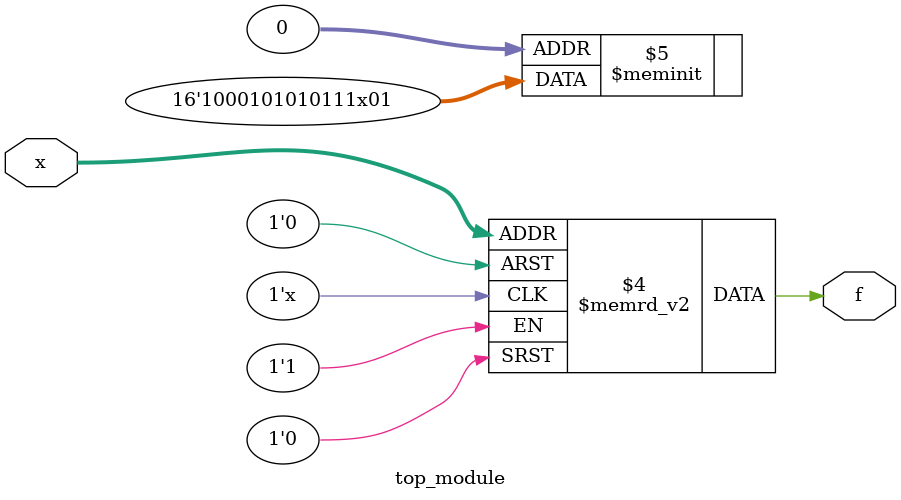
<source format=sv>
module top_module (
    input [4:1] x,
    output logic f
);

    always_comb begin
        case (x)
            4'b0000: f = 1;
            4'b0001: f = 0;
            4'b0011: f = 1;
            4'b0100: f = 1;
            4'b0101: f = 1;
            4'b0110: f = 0;
            4'b0111: f = 1;
            4'b1000: f = 0;
            4'b1001: f = 1;
            4'b1010: f = 0;
            4'b1011: f = 1;
            4'b1100: f = 0;
            4'b1101: f = 0;
            4'b1110: f = 0;
            4'b1111: f = 1;
        endcase
    end

endmodule

</source>
